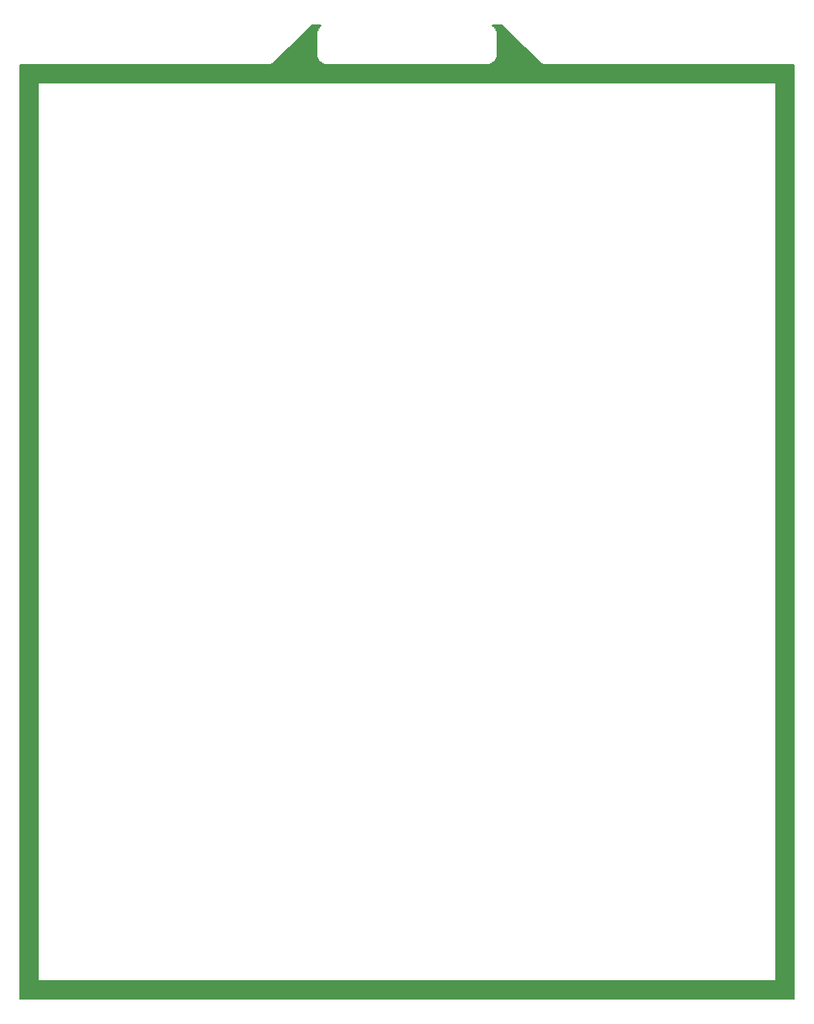
<source format=gbl>
G75*
%MOIN*%
%OFA0B0*%
%FSLAX25Y25*%
%IPPOS*%
%LPD*%
%AMOC8*
5,1,8,0,0,1.08239X$1,22.5*
%
%ADD10C,0.00600*%
D10*
X0007300Y0018624D02*
X0007300Y0387977D01*
X0106218Y0387977D01*
X0107798Y0388631D01*
X0122891Y0403725D01*
X0126477Y0403725D01*
X0125339Y0402586D01*
X0124684Y0401006D01*
X0124684Y0391421D01*
X0125339Y0389841D01*
X0126548Y0388631D01*
X0128129Y0387977D01*
X0192832Y0387977D01*
X0194412Y0388631D01*
X0195622Y0389841D01*
X0196276Y0391421D01*
X0196276Y0401006D01*
X0195622Y0402586D01*
X0194483Y0403725D01*
X0198069Y0403725D01*
X0213163Y0388631D01*
X0214743Y0387977D01*
X0216454Y0387977D01*
X0313661Y0387977D01*
X0313661Y0018624D01*
X0007300Y0018624D01*
X0007300Y0019112D02*
X0313661Y0019112D01*
X0313661Y0019710D02*
X0007300Y0019710D01*
X0007300Y0020309D02*
X0313661Y0020309D01*
X0313661Y0020907D02*
X0007300Y0020907D01*
X0007300Y0021506D02*
X0313661Y0021506D01*
X0313661Y0022104D02*
X0007300Y0022104D01*
X0007300Y0022703D02*
X0313661Y0022703D01*
X0313661Y0023301D02*
X0007300Y0023301D01*
X0007300Y0023900D02*
X0313661Y0023900D01*
X0313661Y0024498D02*
X0007300Y0024498D01*
X0007300Y0025097D02*
X0313661Y0025097D01*
X0313661Y0025695D02*
X0306559Y0025695D01*
X0306398Y0025535D02*
X0015060Y0025535D01*
X0014562Y0025535D01*
X0014211Y0025886D01*
X0014211Y0380714D01*
X0014562Y0381066D01*
X0306398Y0381066D01*
X0306750Y0380714D01*
X0306750Y0025886D01*
X0306398Y0025535D01*
X0306750Y0026294D02*
X0313661Y0026294D01*
X0313661Y0026893D02*
X0306750Y0026893D01*
X0306750Y0027491D02*
X0313661Y0027491D01*
X0313661Y0028090D02*
X0306750Y0028090D01*
X0306750Y0028688D02*
X0313661Y0028688D01*
X0313661Y0029287D02*
X0306750Y0029287D01*
X0306750Y0029885D02*
X0313661Y0029885D01*
X0313661Y0030484D02*
X0306750Y0030484D01*
X0306750Y0031082D02*
X0313661Y0031082D01*
X0313661Y0031681D02*
X0306750Y0031681D01*
X0306750Y0032279D02*
X0313661Y0032279D01*
X0313661Y0032878D02*
X0306750Y0032878D01*
X0306750Y0033476D02*
X0313661Y0033476D01*
X0313661Y0034075D02*
X0306750Y0034075D01*
X0306750Y0034673D02*
X0313661Y0034673D01*
X0313661Y0035272D02*
X0306750Y0035272D01*
X0306750Y0035870D02*
X0313661Y0035870D01*
X0313661Y0036469D02*
X0306750Y0036469D01*
X0306750Y0037067D02*
X0313661Y0037067D01*
X0313661Y0037666D02*
X0306750Y0037666D01*
X0306750Y0038264D02*
X0313661Y0038264D01*
X0313661Y0038863D02*
X0306750Y0038863D01*
X0306750Y0039461D02*
X0313661Y0039461D01*
X0313661Y0040060D02*
X0306750Y0040060D01*
X0306750Y0040658D02*
X0313661Y0040658D01*
X0313661Y0041257D02*
X0306750Y0041257D01*
X0306750Y0041855D02*
X0313661Y0041855D01*
X0313661Y0042454D02*
X0306750Y0042454D01*
X0306750Y0043052D02*
X0313661Y0043052D01*
X0313661Y0043651D02*
X0306750Y0043651D01*
X0306750Y0044249D02*
X0313661Y0044249D01*
X0313661Y0044848D02*
X0306750Y0044848D01*
X0306750Y0045446D02*
X0313661Y0045446D01*
X0313661Y0046045D02*
X0306750Y0046045D01*
X0306750Y0046643D02*
X0313661Y0046643D01*
X0313661Y0047242D02*
X0306750Y0047242D01*
X0306750Y0047840D02*
X0313661Y0047840D01*
X0313661Y0048439D02*
X0306750Y0048439D01*
X0306750Y0049037D02*
X0313661Y0049037D01*
X0313661Y0049636D02*
X0306750Y0049636D01*
X0306750Y0050234D02*
X0313661Y0050234D01*
X0313661Y0050833D02*
X0306750Y0050833D01*
X0306750Y0051431D02*
X0313661Y0051431D01*
X0313661Y0052030D02*
X0306750Y0052030D01*
X0306750Y0052629D02*
X0313661Y0052629D01*
X0313661Y0053227D02*
X0306750Y0053227D01*
X0306750Y0053826D02*
X0313661Y0053826D01*
X0313661Y0054424D02*
X0306750Y0054424D01*
X0306750Y0055023D02*
X0313661Y0055023D01*
X0313661Y0055621D02*
X0306750Y0055621D01*
X0306750Y0056220D02*
X0313661Y0056220D01*
X0313661Y0056818D02*
X0306750Y0056818D01*
X0306750Y0057417D02*
X0313661Y0057417D01*
X0313661Y0058015D02*
X0306750Y0058015D01*
X0306750Y0058614D02*
X0313661Y0058614D01*
X0313661Y0059212D02*
X0306750Y0059212D01*
X0306750Y0059811D02*
X0313661Y0059811D01*
X0313661Y0060409D02*
X0306750Y0060409D01*
X0306750Y0061008D02*
X0313661Y0061008D01*
X0313661Y0061606D02*
X0306750Y0061606D01*
X0306750Y0062205D02*
X0313661Y0062205D01*
X0313661Y0062803D02*
X0306750Y0062803D01*
X0306750Y0063402D02*
X0313661Y0063402D01*
X0313661Y0064000D02*
X0306750Y0064000D01*
X0306750Y0064599D02*
X0313661Y0064599D01*
X0313661Y0065197D02*
X0306750Y0065197D01*
X0306750Y0065796D02*
X0313661Y0065796D01*
X0313661Y0066394D02*
X0306750Y0066394D01*
X0306750Y0066993D02*
X0313661Y0066993D01*
X0313661Y0067591D02*
X0306750Y0067591D01*
X0306750Y0068190D02*
X0313661Y0068190D01*
X0313661Y0068788D02*
X0306750Y0068788D01*
X0306750Y0069387D02*
X0313661Y0069387D01*
X0313661Y0069985D02*
X0306750Y0069985D01*
X0306750Y0070584D02*
X0313661Y0070584D01*
X0313661Y0071182D02*
X0306750Y0071182D01*
X0306750Y0071781D02*
X0313661Y0071781D01*
X0313661Y0072379D02*
X0306750Y0072379D01*
X0306750Y0072978D02*
X0313661Y0072978D01*
X0313661Y0073576D02*
X0306750Y0073576D01*
X0306750Y0074175D02*
X0313661Y0074175D01*
X0313661Y0074773D02*
X0306750Y0074773D01*
X0306750Y0075372D02*
X0313661Y0075372D01*
X0313661Y0075970D02*
X0306750Y0075970D01*
X0306750Y0076569D02*
X0313661Y0076569D01*
X0313661Y0077167D02*
X0306750Y0077167D01*
X0306750Y0077766D02*
X0313661Y0077766D01*
X0313661Y0078364D02*
X0306750Y0078364D01*
X0306750Y0078963D02*
X0313661Y0078963D01*
X0313661Y0079562D02*
X0306750Y0079562D01*
X0306750Y0080160D02*
X0313661Y0080160D01*
X0313661Y0080759D02*
X0306750Y0080759D01*
X0306750Y0081357D02*
X0313661Y0081357D01*
X0313661Y0081956D02*
X0306750Y0081956D01*
X0306750Y0082554D02*
X0313661Y0082554D01*
X0313661Y0083153D02*
X0306750Y0083153D01*
X0306750Y0083751D02*
X0313661Y0083751D01*
X0313661Y0084350D02*
X0306750Y0084350D01*
X0306750Y0084948D02*
X0313661Y0084948D01*
X0313661Y0085547D02*
X0306750Y0085547D01*
X0306750Y0086145D02*
X0313661Y0086145D01*
X0313661Y0086744D02*
X0306750Y0086744D01*
X0306750Y0087342D02*
X0313661Y0087342D01*
X0313661Y0087941D02*
X0306750Y0087941D01*
X0306750Y0088539D02*
X0313661Y0088539D01*
X0313661Y0089138D02*
X0306750Y0089138D01*
X0306750Y0089736D02*
X0313661Y0089736D01*
X0313661Y0090335D02*
X0306750Y0090335D01*
X0306750Y0090933D02*
X0313661Y0090933D01*
X0313661Y0091532D02*
X0306750Y0091532D01*
X0306750Y0092130D02*
X0313661Y0092130D01*
X0313661Y0092729D02*
X0306750Y0092729D01*
X0306750Y0093327D02*
X0313661Y0093327D01*
X0313661Y0093926D02*
X0306750Y0093926D01*
X0306750Y0094524D02*
X0313661Y0094524D01*
X0313661Y0095123D02*
X0306750Y0095123D01*
X0306750Y0095721D02*
X0313661Y0095721D01*
X0313661Y0096320D02*
X0306750Y0096320D01*
X0306750Y0096918D02*
X0313661Y0096918D01*
X0313661Y0097517D02*
X0306750Y0097517D01*
X0306750Y0098115D02*
X0313661Y0098115D01*
X0313661Y0098714D02*
X0306750Y0098714D01*
X0306750Y0099312D02*
X0313661Y0099312D01*
X0313661Y0099911D02*
X0306750Y0099911D01*
X0306750Y0100509D02*
X0313661Y0100509D01*
X0313661Y0101108D02*
X0306750Y0101108D01*
X0306750Y0101706D02*
X0313661Y0101706D01*
X0313661Y0102305D02*
X0306750Y0102305D01*
X0306750Y0102903D02*
X0313661Y0102903D01*
X0313661Y0103502D02*
X0306750Y0103502D01*
X0306750Y0104100D02*
X0313661Y0104100D01*
X0313661Y0104699D02*
X0306750Y0104699D01*
X0306750Y0105298D02*
X0313661Y0105298D01*
X0313661Y0105896D02*
X0306750Y0105896D01*
X0306750Y0106495D02*
X0313661Y0106495D01*
X0313661Y0107093D02*
X0306750Y0107093D01*
X0306750Y0107692D02*
X0313661Y0107692D01*
X0313661Y0108290D02*
X0306750Y0108290D01*
X0306750Y0108889D02*
X0313661Y0108889D01*
X0313661Y0109487D02*
X0306750Y0109487D01*
X0306750Y0110086D02*
X0313661Y0110086D01*
X0313661Y0110684D02*
X0306750Y0110684D01*
X0306750Y0111283D02*
X0313661Y0111283D01*
X0313661Y0111881D02*
X0306750Y0111881D01*
X0306750Y0112480D02*
X0313661Y0112480D01*
X0313661Y0113078D02*
X0306750Y0113078D01*
X0306750Y0113677D02*
X0313661Y0113677D01*
X0313661Y0114275D02*
X0306750Y0114275D01*
X0306750Y0114874D02*
X0313661Y0114874D01*
X0313661Y0115472D02*
X0306750Y0115472D01*
X0306750Y0116071D02*
X0313661Y0116071D01*
X0313661Y0116669D02*
X0306750Y0116669D01*
X0306750Y0117268D02*
X0313661Y0117268D01*
X0313661Y0117866D02*
X0306750Y0117866D01*
X0306750Y0118465D02*
X0313661Y0118465D01*
X0313661Y0119063D02*
X0306750Y0119063D01*
X0306750Y0119662D02*
X0313661Y0119662D01*
X0313661Y0120260D02*
X0306750Y0120260D01*
X0306750Y0120859D02*
X0313661Y0120859D01*
X0313661Y0121457D02*
X0306750Y0121457D01*
X0306750Y0122056D02*
X0313661Y0122056D01*
X0313661Y0122654D02*
X0306750Y0122654D01*
X0306750Y0123253D02*
X0313661Y0123253D01*
X0313661Y0123851D02*
X0306750Y0123851D01*
X0306750Y0124450D02*
X0313661Y0124450D01*
X0313661Y0125048D02*
X0306750Y0125048D01*
X0306750Y0125647D02*
X0313661Y0125647D01*
X0313661Y0126245D02*
X0306750Y0126245D01*
X0306750Y0126844D02*
X0313661Y0126844D01*
X0313661Y0127442D02*
X0306750Y0127442D01*
X0306750Y0128041D02*
X0313661Y0128041D01*
X0313661Y0128639D02*
X0306750Y0128639D01*
X0306750Y0129238D02*
X0313661Y0129238D01*
X0313661Y0129836D02*
X0306750Y0129836D01*
X0306750Y0130435D02*
X0313661Y0130435D01*
X0313661Y0131033D02*
X0306750Y0131033D01*
X0306750Y0131632D02*
X0313661Y0131632D01*
X0313661Y0132231D02*
X0306750Y0132231D01*
X0306750Y0132829D02*
X0313661Y0132829D01*
X0313661Y0133428D02*
X0306750Y0133428D01*
X0306750Y0134026D02*
X0313661Y0134026D01*
X0313661Y0134625D02*
X0306750Y0134625D01*
X0306750Y0135223D02*
X0313661Y0135223D01*
X0313661Y0135822D02*
X0306750Y0135822D01*
X0306750Y0136420D02*
X0313661Y0136420D01*
X0313661Y0137019D02*
X0306750Y0137019D01*
X0306750Y0137617D02*
X0313661Y0137617D01*
X0313661Y0138216D02*
X0306750Y0138216D01*
X0306750Y0138814D02*
X0313661Y0138814D01*
X0313661Y0139413D02*
X0306750Y0139413D01*
X0306750Y0140011D02*
X0313661Y0140011D01*
X0313661Y0140610D02*
X0306750Y0140610D01*
X0306750Y0141208D02*
X0313661Y0141208D01*
X0313661Y0141807D02*
X0306750Y0141807D01*
X0306750Y0142405D02*
X0313661Y0142405D01*
X0313661Y0143004D02*
X0306750Y0143004D01*
X0306750Y0143602D02*
X0313661Y0143602D01*
X0313661Y0144201D02*
X0306750Y0144201D01*
X0306750Y0144799D02*
X0313661Y0144799D01*
X0313661Y0145398D02*
X0306750Y0145398D01*
X0306750Y0145996D02*
X0313661Y0145996D01*
X0313661Y0146595D02*
X0306750Y0146595D01*
X0306750Y0147193D02*
X0313661Y0147193D01*
X0313661Y0147792D02*
X0306750Y0147792D01*
X0306750Y0148390D02*
X0313661Y0148390D01*
X0313661Y0148989D02*
X0306750Y0148989D01*
X0306750Y0149587D02*
X0313661Y0149587D01*
X0313661Y0150186D02*
X0306750Y0150186D01*
X0306750Y0150784D02*
X0313661Y0150784D01*
X0313661Y0151383D02*
X0306750Y0151383D01*
X0306750Y0151981D02*
X0313661Y0151981D01*
X0313661Y0152580D02*
X0306750Y0152580D01*
X0306750Y0153178D02*
X0313661Y0153178D01*
X0313661Y0153777D02*
X0306750Y0153777D01*
X0306750Y0154375D02*
X0313661Y0154375D01*
X0313661Y0154974D02*
X0306750Y0154974D01*
X0306750Y0155572D02*
X0313661Y0155572D01*
X0313661Y0156171D02*
X0306750Y0156171D01*
X0306750Y0156769D02*
X0313661Y0156769D01*
X0313661Y0157368D02*
X0306750Y0157368D01*
X0306750Y0157966D02*
X0313661Y0157966D01*
X0313661Y0158565D02*
X0306750Y0158565D01*
X0306750Y0159164D02*
X0313661Y0159164D01*
X0313661Y0159762D02*
X0306750Y0159762D01*
X0306750Y0160361D02*
X0313661Y0160361D01*
X0313661Y0160959D02*
X0306750Y0160959D01*
X0306750Y0161558D02*
X0313661Y0161558D01*
X0313661Y0162156D02*
X0306750Y0162156D01*
X0306750Y0162755D02*
X0313661Y0162755D01*
X0313661Y0163353D02*
X0306750Y0163353D01*
X0306750Y0163952D02*
X0313661Y0163952D01*
X0313661Y0164550D02*
X0306750Y0164550D01*
X0306750Y0165149D02*
X0313661Y0165149D01*
X0313661Y0165747D02*
X0306750Y0165747D01*
X0306750Y0166346D02*
X0313661Y0166346D01*
X0313661Y0166944D02*
X0306750Y0166944D01*
X0306750Y0167543D02*
X0313661Y0167543D01*
X0313661Y0168141D02*
X0306750Y0168141D01*
X0306750Y0168740D02*
X0313661Y0168740D01*
X0313661Y0169338D02*
X0306750Y0169338D01*
X0306750Y0169937D02*
X0313661Y0169937D01*
X0313661Y0170535D02*
X0306750Y0170535D01*
X0306750Y0171134D02*
X0313661Y0171134D01*
X0313661Y0171732D02*
X0306750Y0171732D01*
X0306750Y0172331D02*
X0313661Y0172331D01*
X0313661Y0172929D02*
X0306750Y0172929D01*
X0306750Y0173528D02*
X0313661Y0173528D01*
X0313661Y0174126D02*
X0306750Y0174126D01*
X0306750Y0174725D02*
X0313661Y0174725D01*
X0313661Y0175323D02*
X0306750Y0175323D01*
X0306750Y0175922D02*
X0313661Y0175922D01*
X0313661Y0176520D02*
X0306750Y0176520D01*
X0306750Y0177119D02*
X0313661Y0177119D01*
X0313661Y0177717D02*
X0306750Y0177717D01*
X0306750Y0178316D02*
X0313661Y0178316D01*
X0313661Y0178914D02*
X0306750Y0178914D01*
X0306750Y0179513D02*
X0313661Y0179513D01*
X0313661Y0180111D02*
X0306750Y0180111D01*
X0306750Y0180710D02*
X0313661Y0180710D01*
X0313661Y0181308D02*
X0306750Y0181308D01*
X0306750Y0181907D02*
X0313661Y0181907D01*
X0313661Y0182505D02*
X0306750Y0182505D01*
X0306750Y0183104D02*
X0313661Y0183104D01*
X0313661Y0183702D02*
X0306750Y0183702D01*
X0306750Y0184301D02*
X0313661Y0184301D01*
X0313661Y0184900D02*
X0306750Y0184900D01*
X0306750Y0185498D02*
X0313661Y0185498D01*
X0313661Y0186097D02*
X0306750Y0186097D01*
X0306750Y0186695D02*
X0313661Y0186695D01*
X0313661Y0187294D02*
X0306750Y0187294D01*
X0306750Y0187892D02*
X0313661Y0187892D01*
X0313661Y0188491D02*
X0306750Y0188491D01*
X0306750Y0189089D02*
X0313661Y0189089D01*
X0313661Y0189688D02*
X0306750Y0189688D01*
X0306750Y0190286D02*
X0313661Y0190286D01*
X0313661Y0190885D02*
X0306750Y0190885D01*
X0306750Y0191483D02*
X0313661Y0191483D01*
X0313661Y0192082D02*
X0306750Y0192082D01*
X0306750Y0192680D02*
X0313661Y0192680D01*
X0313661Y0193279D02*
X0306750Y0193279D01*
X0306750Y0193877D02*
X0313661Y0193877D01*
X0313661Y0194476D02*
X0306750Y0194476D01*
X0306750Y0195074D02*
X0313661Y0195074D01*
X0313661Y0195673D02*
X0306750Y0195673D01*
X0306750Y0196271D02*
X0313661Y0196271D01*
X0313661Y0196870D02*
X0306750Y0196870D01*
X0306750Y0197468D02*
X0313661Y0197468D01*
X0313661Y0198067D02*
X0306750Y0198067D01*
X0306750Y0198665D02*
X0313661Y0198665D01*
X0313661Y0199264D02*
X0306750Y0199264D01*
X0306750Y0199862D02*
X0313661Y0199862D01*
X0313661Y0200461D02*
X0306750Y0200461D01*
X0306750Y0201059D02*
X0313661Y0201059D01*
X0313661Y0201658D02*
X0306750Y0201658D01*
X0306750Y0202256D02*
X0313661Y0202256D01*
X0313661Y0202855D02*
X0306750Y0202855D01*
X0306750Y0203453D02*
X0313661Y0203453D01*
X0313661Y0204052D02*
X0306750Y0204052D01*
X0306750Y0204650D02*
X0313661Y0204650D01*
X0313661Y0205249D02*
X0306750Y0205249D01*
X0306750Y0205847D02*
X0313661Y0205847D01*
X0313661Y0206446D02*
X0306750Y0206446D01*
X0306750Y0207044D02*
X0313661Y0207044D01*
X0313661Y0207643D02*
X0306750Y0207643D01*
X0306750Y0208241D02*
X0313661Y0208241D01*
X0313661Y0208840D02*
X0306750Y0208840D01*
X0306750Y0209438D02*
X0313661Y0209438D01*
X0313661Y0210037D02*
X0306750Y0210037D01*
X0306750Y0210635D02*
X0313661Y0210635D01*
X0313661Y0211234D02*
X0306750Y0211234D01*
X0306750Y0211833D02*
X0313661Y0211833D01*
X0313661Y0212431D02*
X0306750Y0212431D01*
X0306750Y0213030D02*
X0313661Y0213030D01*
X0313661Y0213628D02*
X0306750Y0213628D01*
X0306750Y0214227D02*
X0313661Y0214227D01*
X0313661Y0214825D02*
X0306750Y0214825D01*
X0306750Y0215424D02*
X0313661Y0215424D01*
X0313661Y0216022D02*
X0306750Y0216022D01*
X0306750Y0216621D02*
X0313661Y0216621D01*
X0313661Y0217219D02*
X0306750Y0217219D01*
X0306750Y0217818D02*
X0313661Y0217818D01*
X0313661Y0218416D02*
X0306750Y0218416D01*
X0306750Y0219015D02*
X0313661Y0219015D01*
X0313661Y0219613D02*
X0306750Y0219613D01*
X0306750Y0220212D02*
X0313661Y0220212D01*
X0313661Y0220810D02*
X0306750Y0220810D01*
X0306750Y0221409D02*
X0313661Y0221409D01*
X0313661Y0222007D02*
X0306750Y0222007D01*
X0306750Y0222606D02*
X0313661Y0222606D01*
X0313661Y0223204D02*
X0306750Y0223204D01*
X0306750Y0223803D02*
X0313661Y0223803D01*
X0313661Y0224401D02*
X0306750Y0224401D01*
X0306750Y0225000D02*
X0313661Y0225000D01*
X0313661Y0225598D02*
X0306750Y0225598D01*
X0306750Y0226197D02*
X0313661Y0226197D01*
X0313661Y0226795D02*
X0306750Y0226795D01*
X0306750Y0227394D02*
X0313661Y0227394D01*
X0313661Y0227992D02*
X0306750Y0227992D01*
X0306750Y0228591D02*
X0313661Y0228591D01*
X0313661Y0229189D02*
X0306750Y0229189D01*
X0306750Y0229788D02*
X0313661Y0229788D01*
X0313661Y0230386D02*
X0306750Y0230386D01*
X0306750Y0230985D02*
X0313661Y0230985D01*
X0313661Y0231583D02*
X0306750Y0231583D01*
X0306750Y0232182D02*
X0313661Y0232182D01*
X0313661Y0232780D02*
X0306750Y0232780D01*
X0306750Y0233379D02*
X0313661Y0233379D01*
X0313661Y0233977D02*
X0306750Y0233977D01*
X0306750Y0234576D02*
X0313661Y0234576D01*
X0313661Y0235174D02*
X0306750Y0235174D01*
X0306750Y0235773D02*
X0313661Y0235773D01*
X0313661Y0236371D02*
X0306750Y0236371D01*
X0306750Y0236970D02*
X0313661Y0236970D01*
X0313661Y0237569D02*
X0306750Y0237569D01*
X0306750Y0238167D02*
X0313661Y0238167D01*
X0313661Y0238766D02*
X0306750Y0238766D01*
X0306750Y0239364D02*
X0313661Y0239364D01*
X0313661Y0239963D02*
X0306750Y0239963D01*
X0306750Y0240561D02*
X0313661Y0240561D01*
X0313661Y0241160D02*
X0306750Y0241160D01*
X0306750Y0241758D02*
X0313661Y0241758D01*
X0313661Y0242357D02*
X0306750Y0242357D01*
X0306750Y0242955D02*
X0313661Y0242955D01*
X0313661Y0243554D02*
X0306750Y0243554D01*
X0306750Y0244152D02*
X0313661Y0244152D01*
X0313661Y0244751D02*
X0306750Y0244751D01*
X0306750Y0245349D02*
X0313661Y0245349D01*
X0313661Y0245948D02*
X0306750Y0245948D01*
X0306750Y0246546D02*
X0313661Y0246546D01*
X0313661Y0247145D02*
X0306750Y0247145D01*
X0306750Y0247743D02*
X0313661Y0247743D01*
X0313661Y0248342D02*
X0306750Y0248342D01*
X0306750Y0248940D02*
X0313661Y0248940D01*
X0313661Y0249539D02*
X0306750Y0249539D01*
X0306750Y0250137D02*
X0313661Y0250137D01*
X0313661Y0250736D02*
X0306750Y0250736D01*
X0306750Y0251334D02*
X0313661Y0251334D01*
X0313661Y0251933D02*
X0306750Y0251933D01*
X0306750Y0252531D02*
X0313661Y0252531D01*
X0313661Y0253130D02*
X0306750Y0253130D01*
X0306750Y0253728D02*
X0313661Y0253728D01*
X0313661Y0254327D02*
X0306750Y0254327D01*
X0306750Y0254925D02*
X0313661Y0254925D01*
X0313661Y0255524D02*
X0306750Y0255524D01*
X0306750Y0256122D02*
X0313661Y0256122D01*
X0313661Y0256721D02*
X0306750Y0256721D01*
X0306750Y0257319D02*
X0313661Y0257319D01*
X0313661Y0257918D02*
X0306750Y0257918D01*
X0306750Y0258516D02*
X0313661Y0258516D01*
X0313661Y0259115D02*
X0306750Y0259115D01*
X0306750Y0259713D02*
X0313661Y0259713D01*
X0313661Y0260312D02*
X0306750Y0260312D01*
X0306750Y0260910D02*
X0313661Y0260910D01*
X0313661Y0261509D02*
X0306750Y0261509D01*
X0306750Y0262107D02*
X0313661Y0262107D01*
X0313661Y0262706D02*
X0306750Y0262706D01*
X0306750Y0263304D02*
X0313661Y0263304D01*
X0313661Y0263903D02*
X0306750Y0263903D01*
X0306750Y0264502D02*
X0313661Y0264502D01*
X0313661Y0265100D02*
X0306750Y0265100D01*
X0306750Y0265699D02*
X0313661Y0265699D01*
X0313661Y0266297D02*
X0306750Y0266297D01*
X0306750Y0266896D02*
X0313661Y0266896D01*
X0313661Y0267494D02*
X0306750Y0267494D01*
X0306750Y0268093D02*
X0313661Y0268093D01*
X0313661Y0268691D02*
X0306750Y0268691D01*
X0306750Y0269290D02*
X0313661Y0269290D01*
X0313661Y0269888D02*
X0306750Y0269888D01*
X0306750Y0270487D02*
X0313661Y0270487D01*
X0313661Y0271085D02*
X0306750Y0271085D01*
X0306750Y0271684D02*
X0313661Y0271684D01*
X0313661Y0272282D02*
X0306750Y0272282D01*
X0306750Y0272881D02*
X0313661Y0272881D01*
X0313661Y0273479D02*
X0306750Y0273479D01*
X0306750Y0274078D02*
X0313661Y0274078D01*
X0313661Y0274676D02*
X0306750Y0274676D01*
X0306750Y0275275D02*
X0313661Y0275275D01*
X0313661Y0275873D02*
X0306750Y0275873D01*
X0306750Y0276472D02*
X0313661Y0276472D01*
X0313661Y0277070D02*
X0306750Y0277070D01*
X0306750Y0277669D02*
X0313661Y0277669D01*
X0313661Y0278267D02*
X0306750Y0278267D01*
X0306750Y0278866D02*
X0313661Y0278866D01*
X0313661Y0279464D02*
X0306750Y0279464D01*
X0306750Y0280063D02*
X0313661Y0280063D01*
X0313661Y0280661D02*
X0306750Y0280661D01*
X0306750Y0281260D02*
X0313661Y0281260D01*
X0313661Y0281858D02*
X0306750Y0281858D01*
X0306750Y0282457D02*
X0313661Y0282457D01*
X0313661Y0283055D02*
X0306750Y0283055D01*
X0306750Y0283654D02*
X0313661Y0283654D01*
X0313661Y0284252D02*
X0306750Y0284252D01*
X0306750Y0284851D02*
X0313661Y0284851D01*
X0313661Y0285449D02*
X0306750Y0285449D01*
X0306750Y0286048D02*
X0313661Y0286048D01*
X0313661Y0286646D02*
X0306750Y0286646D01*
X0306750Y0287245D02*
X0313661Y0287245D01*
X0313661Y0287843D02*
X0306750Y0287843D01*
X0306750Y0288442D02*
X0313661Y0288442D01*
X0313661Y0289040D02*
X0306750Y0289040D01*
X0306750Y0289639D02*
X0313661Y0289639D01*
X0313661Y0290238D02*
X0306750Y0290238D01*
X0306750Y0290836D02*
X0313661Y0290836D01*
X0313661Y0291435D02*
X0306750Y0291435D01*
X0306750Y0292033D02*
X0313661Y0292033D01*
X0313661Y0292632D02*
X0306750Y0292632D01*
X0306750Y0293230D02*
X0313661Y0293230D01*
X0313661Y0293829D02*
X0306750Y0293829D01*
X0306750Y0294427D02*
X0313661Y0294427D01*
X0313661Y0295026D02*
X0306750Y0295026D01*
X0306750Y0295624D02*
X0313661Y0295624D01*
X0313661Y0296223D02*
X0306750Y0296223D01*
X0306750Y0296821D02*
X0313661Y0296821D01*
X0313661Y0297420D02*
X0306750Y0297420D01*
X0306750Y0298018D02*
X0313661Y0298018D01*
X0313661Y0298617D02*
X0306750Y0298617D01*
X0306750Y0299215D02*
X0313661Y0299215D01*
X0313661Y0299814D02*
X0306750Y0299814D01*
X0306750Y0300412D02*
X0313661Y0300412D01*
X0313661Y0301011D02*
X0306750Y0301011D01*
X0306750Y0301609D02*
X0313661Y0301609D01*
X0313661Y0302208D02*
X0306750Y0302208D01*
X0306750Y0302806D02*
X0313661Y0302806D01*
X0313661Y0303405D02*
X0306750Y0303405D01*
X0306750Y0304003D02*
X0313661Y0304003D01*
X0313661Y0304602D02*
X0306750Y0304602D01*
X0306750Y0305200D02*
X0313661Y0305200D01*
X0313661Y0305799D02*
X0306750Y0305799D01*
X0306750Y0306397D02*
X0313661Y0306397D01*
X0313661Y0306996D02*
X0306750Y0306996D01*
X0306750Y0307594D02*
X0313661Y0307594D01*
X0313661Y0308193D02*
X0306750Y0308193D01*
X0306750Y0308791D02*
X0313661Y0308791D01*
X0313661Y0309390D02*
X0306750Y0309390D01*
X0306750Y0309988D02*
X0313661Y0309988D01*
X0313661Y0310587D02*
X0306750Y0310587D01*
X0306750Y0311185D02*
X0313661Y0311185D01*
X0313661Y0311784D02*
X0306750Y0311784D01*
X0306750Y0312382D02*
X0313661Y0312382D01*
X0313661Y0312981D02*
X0306750Y0312981D01*
X0306750Y0313579D02*
X0313661Y0313579D01*
X0313661Y0314178D02*
X0306750Y0314178D01*
X0306750Y0314776D02*
X0313661Y0314776D01*
X0313661Y0315375D02*
X0306750Y0315375D01*
X0306750Y0315973D02*
X0313661Y0315973D01*
X0313661Y0316572D02*
X0306750Y0316572D01*
X0306750Y0317171D02*
X0313661Y0317171D01*
X0313661Y0317769D02*
X0306750Y0317769D01*
X0306750Y0318368D02*
X0313661Y0318368D01*
X0313661Y0318966D02*
X0306750Y0318966D01*
X0306750Y0319565D02*
X0313661Y0319565D01*
X0313661Y0320163D02*
X0306750Y0320163D01*
X0306750Y0320762D02*
X0313661Y0320762D01*
X0313661Y0321360D02*
X0306750Y0321360D01*
X0306750Y0321959D02*
X0313661Y0321959D01*
X0313661Y0322557D02*
X0306750Y0322557D01*
X0306750Y0323156D02*
X0313661Y0323156D01*
X0313661Y0323754D02*
X0306750Y0323754D01*
X0306750Y0324353D02*
X0313661Y0324353D01*
X0313661Y0324951D02*
X0306750Y0324951D01*
X0306750Y0325550D02*
X0313661Y0325550D01*
X0313661Y0326148D02*
X0306750Y0326148D01*
X0306750Y0326747D02*
X0313661Y0326747D01*
X0313661Y0327345D02*
X0306750Y0327345D01*
X0306750Y0327944D02*
X0313661Y0327944D01*
X0313661Y0328542D02*
X0306750Y0328542D01*
X0306750Y0329141D02*
X0313661Y0329141D01*
X0313661Y0329739D02*
X0306750Y0329739D01*
X0306750Y0330338D02*
X0313661Y0330338D01*
X0313661Y0330936D02*
X0306750Y0330936D01*
X0306750Y0331535D02*
X0313661Y0331535D01*
X0313661Y0332133D02*
X0306750Y0332133D01*
X0306750Y0332732D02*
X0313661Y0332732D01*
X0313661Y0333330D02*
X0306750Y0333330D01*
X0306750Y0333929D02*
X0313661Y0333929D01*
X0313661Y0334527D02*
X0306750Y0334527D01*
X0306750Y0335126D02*
X0313661Y0335126D01*
X0313661Y0335724D02*
X0306750Y0335724D01*
X0306750Y0336323D02*
X0313661Y0336323D01*
X0313661Y0336921D02*
X0306750Y0336921D01*
X0306750Y0337520D02*
X0313661Y0337520D01*
X0313661Y0338118D02*
X0306750Y0338118D01*
X0306750Y0338717D02*
X0313661Y0338717D01*
X0313661Y0339315D02*
X0306750Y0339315D01*
X0306750Y0339914D02*
X0313661Y0339914D01*
X0313661Y0340512D02*
X0306750Y0340512D01*
X0306750Y0341111D02*
X0313661Y0341111D01*
X0313661Y0341709D02*
X0306750Y0341709D01*
X0306750Y0342308D02*
X0313661Y0342308D01*
X0313661Y0342906D02*
X0306750Y0342906D01*
X0306750Y0343505D02*
X0313661Y0343505D01*
X0313661Y0344104D02*
X0306750Y0344104D01*
X0306750Y0344702D02*
X0313661Y0344702D01*
X0313661Y0345301D02*
X0306750Y0345301D01*
X0306750Y0345899D02*
X0313661Y0345899D01*
X0313661Y0346498D02*
X0306750Y0346498D01*
X0306750Y0347096D02*
X0313661Y0347096D01*
X0313661Y0347695D02*
X0306750Y0347695D01*
X0306750Y0348293D02*
X0313661Y0348293D01*
X0313661Y0348892D02*
X0306750Y0348892D01*
X0306750Y0349490D02*
X0313661Y0349490D01*
X0313661Y0350089D02*
X0306750Y0350089D01*
X0306750Y0350687D02*
X0313661Y0350687D01*
X0313661Y0351286D02*
X0306750Y0351286D01*
X0306750Y0351884D02*
X0313661Y0351884D01*
X0313661Y0352483D02*
X0306750Y0352483D01*
X0306750Y0353081D02*
X0313661Y0353081D01*
X0313661Y0353680D02*
X0306750Y0353680D01*
X0306750Y0354278D02*
X0313661Y0354278D01*
X0313661Y0354877D02*
X0306750Y0354877D01*
X0306750Y0355475D02*
X0313661Y0355475D01*
X0313661Y0356074D02*
X0306750Y0356074D01*
X0306750Y0356672D02*
X0313661Y0356672D01*
X0313661Y0357271D02*
X0306750Y0357271D01*
X0306750Y0357869D02*
X0313661Y0357869D01*
X0313661Y0358468D02*
X0306750Y0358468D01*
X0306750Y0359066D02*
X0313661Y0359066D01*
X0313661Y0359665D02*
X0306750Y0359665D01*
X0306750Y0360263D02*
X0313661Y0360263D01*
X0313661Y0360862D02*
X0306750Y0360862D01*
X0306750Y0361460D02*
X0313661Y0361460D01*
X0313661Y0362059D02*
X0306750Y0362059D01*
X0306750Y0362657D02*
X0313661Y0362657D01*
X0313661Y0363256D02*
X0306750Y0363256D01*
X0306750Y0363854D02*
X0313661Y0363854D01*
X0313661Y0364453D02*
X0306750Y0364453D01*
X0306750Y0365051D02*
X0313661Y0365051D01*
X0313661Y0365650D02*
X0306750Y0365650D01*
X0306750Y0366248D02*
X0313661Y0366248D01*
X0313661Y0366847D02*
X0306750Y0366847D01*
X0306750Y0367445D02*
X0313661Y0367445D01*
X0313661Y0368044D02*
X0306750Y0368044D01*
X0306750Y0368642D02*
X0313661Y0368642D01*
X0313661Y0369241D02*
X0306750Y0369241D01*
X0306750Y0369840D02*
X0313661Y0369840D01*
X0313661Y0370438D02*
X0306750Y0370438D01*
X0306750Y0371037D02*
X0313661Y0371037D01*
X0313661Y0371635D02*
X0306750Y0371635D01*
X0306750Y0372234D02*
X0313661Y0372234D01*
X0313661Y0372832D02*
X0306750Y0372832D01*
X0306750Y0373431D02*
X0313661Y0373431D01*
X0313661Y0374029D02*
X0306750Y0374029D01*
X0306750Y0374628D02*
X0313661Y0374628D01*
X0313661Y0375226D02*
X0306750Y0375226D01*
X0306750Y0375825D02*
X0313661Y0375825D01*
X0313661Y0376423D02*
X0306750Y0376423D01*
X0306750Y0377022D02*
X0313661Y0377022D01*
X0313661Y0377620D02*
X0306750Y0377620D01*
X0306750Y0378219D02*
X0313661Y0378219D01*
X0313661Y0378817D02*
X0306750Y0378817D01*
X0306750Y0379416D02*
X0313661Y0379416D01*
X0313661Y0380014D02*
X0306750Y0380014D01*
X0306750Y0380613D02*
X0313661Y0380613D01*
X0313661Y0381211D02*
X0007300Y0381211D01*
X0007300Y0380613D02*
X0014211Y0380613D01*
X0014211Y0380014D02*
X0007300Y0380014D01*
X0007300Y0379416D02*
X0014211Y0379416D01*
X0014211Y0378817D02*
X0007300Y0378817D01*
X0007300Y0378219D02*
X0014211Y0378219D01*
X0014211Y0377620D02*
X0007300Y0377620D01*
X0007300Y0377022D02*
X0014211Y0377022D01*
X0014211Y0376423D02*
X0007300Y0376423D01*
X0007300Y0375825D02*
X0014211Y0375825D01*
X0014211Y0375226D02*
X0007300Y0375226D01*
X0007300Y0374628D02*
X0014211Y0374628D01*
X0014211Y0374029D02*
X0007300Y0374029D01*
X0007300Y0373431D02*
X0014211Y0373431D01*
X0014211Y0372832D02*
X0007300Y0372832D01*
X0007300Y0372234D02*
X0014211Y0372234D01*
X0014211Y0371635D02*
X0007300Y0371635D01*
X0007300Y0371037D02*
X0014211Y0371037D01*
X0014211Y0370438D02*
X0007300Y0370438D01*
X0007300Y0369840D02*
X0014211Y0369840D01*
X0014211Y0369241D02*
X0007300Y0369241D01*
X0007300Y0368642D02*
X0014211Y0368642D01*
X0014211Y0368044D02*
X0007300Y0368044D01*
X0007300Y0367445D02*
X0014211Y0367445D01*
X0014211Y0366847D02*
X0007300Y0366847D01*
X0007300Y0366248D02*
X0014211Y0366248D01*
X0014211Y0365650D02*
X0007300Y0365650D01*
X0007300Y0365051D02*
X0014211Y0365051D01*
X0014211Y0364453D02*
X0007300Y0364453D01*
X0007300Y0363854D02*
X0014211Y0363854D01*
X0014211Y0363256D02*
X0007300Y0363256D01*
X0007300Y0362657D02*
X0014211Y0362657D01*
X0014211Y0362059D02*
X0007300Y0362059D01*
X0007300Y0361460D02*
X0014211Y0361460D01*
X0014211Y0360862D02*
X0007300Y0360862D01*
X0007300Y0360263D02*
X0014211Y0360263D01*
X0014211Y0359665D02*
X0007300Y0359665D01*
X0007300Y0359066D02*
X0014211Y0359066D01*
X0014211Y0358468D02*
X0007300Y0358468D01*
X0007300Y0357869D02*
X0014211Y0357869D01*
X0014211Y0357271D02*
X0007300Y0357271D01*
X0007300Y0356672D02*
X0014211Y0356672D01*
X0014211Y0356074D02*
X0007300Y0356074D01*
X0007300Y0355475D02*
X0014211Y0355475D01*
X0014211Y0354877D02*
X0007300Y0354877D01*
X0007300Y0354278D02*
X0014211Y0354278D01*
X0014211Y0353680D02*
X0007300Y0353680D01*
X0007300Y0353081D02*
X0014211Y0353081D01*
X0014211Y0352483D02*
X0007300Y0352483D01*
X0007300Y0351884D02*
X0014211Y0351884D01*
X0014211Y0351286D02*
X0007300Y0351286D01*
X0007300Y0350687D02*
X0014211Y0350687D01*
X0014211Y0350089D02*
X0007300Y0350089D01*
X0007300Y0349490D02*
X0014211Y0349490D01*
X0014211Y0348892D02*
X0007300Y0348892D01*
X0007300Y0348293D02*
X0014211Y0348293D01*
X0014211Y0347695D02*
X0007300Y0347695D01*
X0007300Y0347096D02*
X0014211Y0347096D01*
X0014211Y0346498D02*
X0007300Y0346498D01*
X0007300Y0345899D02*
X0014211Y0345899D01*
X0014211Y0345301D02*
X0007300Y0345301D01*
X0007300Y0344702D02*
X0014211Y0344702D01*
X0014211Y0344104D02*
X0007300Y0344104D01*
X0007300Y0343505D02*
X0014211Y0343505D01*
X0014211Y0342906D02*
X0007300Y0342906D01*
X0007300Y0342308D02*
X0014211Y0342308D01*
X0014211Y0341709D02*
X0007300Y0341709D01*
X0007300Y0341111D02*
X0014211Y0341111D01*
X0014211Y0340512D02*
X0007300Y0340512D01*
X0007300Y0339914D02*
X0014211Y0339914D01*
X0014211Y0339315D02*
X0007300Y0339315D01*
X0007300Y0338717D02*
X0014211Y0338717D01*
X0014211Y0338118D02*
X0007300Y0338118D01*
X0007300Y0337520D02*
X0014211Y0337520D01*
X0014211Y0336921D02*
X0007300Y0336921D01*
X0007300Y0336323D02*
X0014211Y0336323D01*
X0014211Y0335724D02*
X0007300Y0335724D01*
X0007300Y0335126D02*
X0014211Y0335126D01*
X0014211Y0334527D02*
X0007300Y0334527D01*
X0007300Y0333929D02*
X0014211Y0333929D01*
X0014211Y0333330D02*
X0007300Y0333330D01*
X0007300Y0332732D02*
X0014211Y0332732D01*
X0014211Y0332133D02*
X0007300Y0332133D01*
X0007300Y0331535D02*
X0014211Y0331535D01*
X0014211Y0330936D02*
X0007300Y0330936D01*
X0007300Y0330338D02*
X0014211Y0330338D01*
X0014211Y0329739D02*
X0007300Y0329739D01*
X0007300Y0329141D02*
X0014211Y0329141D01*
X0014211Y0328542D02*
X0007300Y0328542D01*
X0007300Y0327944D02*
X0014211Y0327944D01*
X0014211Y0327345D02*
X0007300Y0327345D01*
X0007300Y0326747D02*
X0014211Y0326747D01*
X0014211Y0326148D02*
X0007300Y0326148D01*
X0007300Y0325550D02*
X0014211Y0325550D01*
X0014211Y0324951D02*
X0007300Y0324951D01*
X0007300Y0324353D02*
X0014211Y0324353D01*
X0014211Y0323754D02*
X0007300Y0323754D01*
X0007300Y0323156D02*
X0014211Y0323156D01*
X0014211Y0322557D02*
X0007300Y0322557D01*
X0007300Y0321959D02*
X0014211Y0321959D01*
X0014211Y0321360D02*
X0007300Y0321360D01*
X0007300Y0320762D02*
X0014211Y0320762D01*
X0014211Y0320163D02*
X0007300Y0320163D01*
X0007300Y0319565D02*
X0014211Y0319565D01*
X0014211Y0318966D02*
X0007300Y0318966D01*
X0007300Y0318368D02*
X0014211Y0318368D01*
X0014211Y0317769D02*
X0007300Y0317769D01*
X0007300Y0317171D02*
X0014211Y0317171D01*
X0014211Y0316572D02*
X0007300Y0316572D01*
X0007300Y0315973D02*
X0014211Y0315973D01*
X0014211Y0315375D02*
X0007300Y0315375D01*
X0007300Y0314776D02*
X0014211Y0314776D01*
X0014211Y0314178D02*
X0007300Y0314178D01*
X0007300Y0313579D02*
X0014211Y0313579D01*
X0014211Y0312981D02*
X0007300Y0312981D01*
X0007300Y0312382D02*
X0014211Y0312382D01*
X0014211Y0311784D02*
X0007300Y0311784D01*
X0007300Y0311185D02*
X0014211Y0311185D01*
X0014211Y0310587D02*
X0007300Y0310587D01*
X0007300Y0309988D02*
X0014211Y0309988D01*
X0014211Y0309390D02*
X0007300Y0309390D01*
X0007300Y0308791D02*
X0014211Y0308791D01*
X0014211Y0308193D02*
X0007300Y0308193D01*
X0007300Y0307594D02*
X0014211Y0307594D01*
X0014211Y0306996D02*
X0007300Y0306996D01*
X0007300Y0306397D02*
X0014211Y0306397D01*
X0014211Y0305799D02*
X0007300Y0305799D01*
X0007300Y0305200D02*
X0014211Y0305200D01*
X0014211Y0304602D02*
X0007300Y0304602D01*
X0007300Y0304003D02*
X0014211Y0304003D01*
X0014211Y0303405D02*
X0007300Y0303405D01*
X0007300Y0302806D02*
X0014211Y0302806D01*
X0014211Y0302208D02*
X0007300Y0302208D01*
X0007300Y0301609D02*
X0014211Y0301609D01*
X0014211Y0301011D02*
X0007300Y0301011D01*
X0007300Y0300412D02*
X0014211Y0300412D01*
X0014211Y0299814D02*
X0007300Y0299814D01*
X0007300Y0299215D02*
X0014211Y0299215D01*
X0014211Y0298617D02*
X0007300Y0298617D01*
X0007300Y0298018D02*
X0014211Y0298018D01*
X0014211Y0297420D02*
X0007300Y0297420D01*
X0007300Y0296821D02*
X0014211Y0296821D01*
X0014211Y0296223D02*
X0007300Y0296223D01*
X0007300Y0295624D02*
X0014211Y0295624D01*
X0014211Y0295026D02*
X0007300Y0295026D01*
X0007300Y0294427D02*
X0014211Y0294427D01*
X0014211Y0293829D02*
X0007300Y0293829D01*
X0007300Y0293230D02*
X0014211Y0293230D01*
X0014211Y0292632D02*
X0007300Y0292632D01*
X0007300Y0292033D02*
X0014211Y0292033D01*
X0014211Y0291435D02*
X0007300Y0291435D01*
X0007300Y0290836D02*
X0014211Y0290836D01*
X0014211Y0290238D02*
X0007300Y0290238D01*
X0007300Y0289639D02*
X0014211Y0289639D01*
X0014211Y0289040D02*
X0007300Y0289040D01*
X0007300Y0288442D02*
X0014211Y0288442D01*
X0014211Y0287843D02*
X0007300Y0287843D01*
X0007300Y0287245D02*
X0014211Y0287245D01*
X0014211Y0286646D02*
X0007300Y0286646D01*
X0007300Y0286048D02*
X0014211Y0286048D01*
X0014211Y0285449D02*
X0007300Y0285449D01*
X0007300Y0284851D02*
X0014211Y0284851D01*
X0014211Y0284252D02*
X0007300Y0284252D01*
X0007300Y0283654D02*
X0014211Y0283654D01*
X0014211Y0283055D02*
X0007300Y0283055D01*
X0007300Y0282457D02*
X0014211Y0282457D01*
X0014211Y0281858D02*
X0007300Y0281858D01*
X0007300Y0281260D02*
X0014211Y0281260D01*
X0014211Y0280661D02*
X0007300Y0280661D01*
X0007300Y0280063D02*
X0014211Y0280063D01*
X0014211Y0279464D02*
X0007300Y0279464D01*
X0007300Y0278866D02*
X0014211Y0278866D01*
X0014211Y0278267D02*
X0007300Y0278267D01*
X0007300Y0277669D02*
X0014211Y0277669D01*
X0014211Y0277070D02*
X0007300Y0277070D01*
X0007300Y0276472D02*
X0014211Y0276472D01*
X0014211Y0275873D02*
X0007300Y0275873D01*
X0007300Y0275275D02*
X0014211Y0275275D01*
X0014211Y0274676D02*
X0007300Y0274676D01*
X0007300Y0274078D02*
X0014211Y0274078D01*
X0014211Y0273479D02*
X0007300Y0273479D01*
X0007300Y0272881D02*
X0014211Y0272881D01*
X0014211Y0272282D02*
X0007300Y0272282D01*
X0007300Y0271684D02*
X0014211Y0271684D01*
X0014211Y0271085D02*
X0007300Y0271085D01*
X0007300Y0270487D02*
X0014211Y0270487D01*
X0014211Y0269888D02*
X0007300Y0269888D01*
X0007300Y0269290D02*
X0014211Y0269290D01*
X0014211Y0268691D02*
X0007300Y0268691D01*
X0007300Y0268093D02*
X0014211Y0268093D01*
X0014211Y0267494D02*
X0007300Y0267494D01*
X0007300Y0266896D02*
X0014211Y0266896D01*
X0014211Y0266297D02*
X0007300Y0266297D01*
X0007300Y0265699D02*
X0014211Y0265699D01*
X0014211Y0265100D02*
X0007300Y0265100D01*
X0007300Y0264502D02*
X0014211Y0264502D01*
X0014211Y0263903D02*
X0007300Y0263903D01*
X0007300Y0263304D02*
X0014211Y0263304D01*
X0014211Y0262706D02*
X0007300Y0262706D01*
X0007300Y0262107D02*
X0014211Y0262107D01*
X0014211Y0261509D02*
X0007300Y0261509D01*
X0007300Y0260910D02*
X0014211Y0260910D01*
X0014211Y0260312D02*
X0007300Y0260312D01*
X0007300Y0259713D02*
X0014211Y0259713D01*
X0014211Y0259115D02*
X0007300Y0259115D01*
X0007300Y0258516D02*
X0014211Y0258516D01*
X0014211Y0257918D02*
X0007300Y0257918D01*
X0007300Y0257319D02*
X0014211Y0257319D01*
X0014211Y0256721D02*
X0007300Y0256721D01*
X0007300Y0256122D02*
X0014211Y0256122D01*
X0014211Y0255524D02*
X0007300Y0255524D01*
X0007300Y0254925D02*
X0014211Y0254925D01*
X0014211Y0254327D02*
X0007300Y0254327D01*
X0007300Y0253728D02*
X0014211Y0253728D01*
X0014211Y0253130D02*
X0007300Y0253130D01*
X0007300Y0252531D02*
X0014211Y0252531D01*
X0014211Y0251933D02*
X0007300Y0251933D01*
X0007300Y0251334D02*
X0014211Y0251334D01*
X0014211Y0250736D02*
X0007300Y0250736D01*
X0007300Y0250137D02*
X0014211Y0250137D01*
X0014211Y0249539D02*
X0007300Y0249539D01*
X0007300Y0248940D02*
X0014211Y0248940D01*
X0014211Y0248342D02*
X0007300Y0248342D01*
X0007300Y0247743D02*
X0014211Y0247743D01*
X0014211Y0247145D02*
X0007300Y0247145D01*
X0007300Y0246546D02*
X0014211Y0246546D01*
X0014211Y0245948D02*
X0007300Y0245948D01*
X0007300Y0245349D02*
X0014211Y0245349D01*
X0014211Y0244751D02*
X0007300Y0244751D01*
X0007300Y0244152D02*
X0014211Y0244152D01*
X0014211Y0243554D02*
X0007300Y0243554D01*
X0007300Y0242955D02*
X0014211Y0242955D01*
X0014211Y0242357D02*
X0007300Y0242357D01*
X0007300Y0241758D02*
X0014211Y0241758D01*
X0014211Y0241160D02*
X0007300Y0241160D01*
X0007300Y0240561D02*
X0014211Y0240561D01*
X0014211Y0239963D02*
X0007300Y0239963D01*
X0007300Y0239364D02*
X0014211Y0239364D01*
X0014211Y0238766D02*
X0007300Y0238766D01*
X0007300Y0238167D02*
X0014211Y0238167D01*
X0014211Y0237569D02*
X0007300Y0237569D01*
X0007300Y0236970D02*
X0014211Y0236970D01*
X0014211Y0236371D02*
X0007300Y0236371D01*
X0007300Y0235773D02*
X0014211Y0235773D01*
X0014211Y0235174D02*
X0007300Y0235174D01*
X0007300Y0234576D02*
X0014211Y0234576D01*
X0014211Y0233977D02*
X0007300Y0233977D01*
X0007300Y0233379D02*
X0014211Y0233379D01*
X0014211Y0232780D02*
X0007300Y0232780D01*
X0007300Y0232182D02*
X0014211Y0232182D01*
X0014211Y0231583D02*
X0007300Y0231583D01*
X0007300Y0230985D02*
X0014211Y0230985D01*
X0014211Y0230386D02*
X0007300Y0230386D01*
X0007300Y0229788D02*
X0014211Y0229788D01*
X0014211Y0229189D02*
X0007300Y0229189D01*
X0007300Y0228591D02*
X0014211Y0228591D01*
X0014211Y0227992D02*
X0007300Y0227992D01*
X0007300Y0227394D02*
X0014211Y0227394D01*
X0014211Y0226795D02*
X0007300Y0226795D01*
X0007300Y0226197D02*
X0014211Y0226197D01*
X0014211Y0225598D02*
X0007300Y0225598D01*
X0007300Y0225000D02*
X0014211Y0225000D01*
X0014211Y0224401D02*
X0007300Y0224401D01*
X0007300Y0223803D02*
X0014211Y0223803D01*
X0014211Y0223204D02*
X0007300Y0223204D01*
X0007300Y0222606D02*
X0014211Y0222606D01*
X0014211Y0222007D02*
X0007300Y0222007D01*
X0007300Y0221409D02*
X0014211Y0221409D01*
X0014211Y0220810D02*
X0007300Y0220810D01*
X0007300Y0220212D02*
X0014211Y0220212D01*
X0014211Y0219613D02*
X0007300Y0219613D01*
X0007300Y0219015D02*
X0014211Y0219015D01*
X0014211Y0218416D02*
X0007300Y0218416D01*
X0007300Y0217818D02*
X0014211Y0217818D01*
X0014211Y0217219D02*
X0007300Y0217219D01*
X0007300Y0216621D02*
X0014211Y0216621D01*
X0014211Y0216022D02*
X0007300Y0216022D01*
X0007300Y0215424D02*
X0014211Y0215424D01*
X0014211Y0214825D02*
X0007300Y0214825D01*
X0007300Y0214227D02*
X0014211Y0214227D01*
X0014211Y0213628D02*
X0007300Y0213628D01*
X0007300Y0213030D02*
X0014211Y0213030D01*
X0014211Y0212431D02*
X0007300Y0212431D01*
X0007300Y0211833D02*
X0014211Y0211833D01*
X0014211Y0211234D02*
X0007300Y0211234D01*
X0007300Y0210635D02*
X0014211Y0210635D01*
X0014211Y0210037D02*
X0007300Y0210037D01*
X0007300Y0209438D02*
X0014211Y0209438D01*
X0014211Y0208840D02*
X0007300Y0208840D01*
X0007300Y0208241D02*
X0014211Y0208241D01*
X0014211Y0207643D02*
X0007300Y0207643D01*
X0007300Y0207044D02*
X0014211Y0207044D01*
X0014211Y0206446D02*
X0007300Y0206446D01*
X0007300Y0205847D02*
X0014211Y0205847D01*
X0014211Y0205249D02*
X0007300Y0205249D01*
X0007300Y0204650D02*
X0014211Y0204650D01*
X0014211Y0204052D02*
X0007300Y0204052D01*
X0007300Y0203453D02*
X0014211Y0203453D01*
X0014211Y0202855D02*
X0007300Y0202855D01*
X0007300Y0202256D02*
X0014211Y0202256D01*
X0014211Y0201658D02*
X0007300Y0201658D01*
X0007300Y0201059D02*
X0014211Y0201059D01*
X0014211Y0200461D02*
X0007300Y0200461D01*
X0007300Y0199862D02*
X0014211Y0199862D01*
X0014211Y0199264D02*
X0007300Y0199264D01*
X0007300Y0198665D02*
X0014211Y0198665D01*
X0014211Y0198067D02*
X0007300Y0198067D01*
X0007300Y0197468D02*
X0014211Y0197468D01*
X0014211Y0196870D02*
X0007300Y0196870D01*
X0007300Y0196271D02*
X0014211Y0196271D01*
X0014211Y0195673D02*
X0007300Y0195673D01*
X0007300Y0195074D02*
X0014211Y0195074D01*
X0014211Y0194476D02*
X0007300Y0194476D01*
X0007300Y0193877D02*
X0014211Y0193877D01*
X0014211Y0193279D02*
X0007300Y0193279D01*
X0007300Y0192680D02*
X0014211Y0192680D01*
X0014211Y0192082D02*
X0007300Y0192082D01*
X0007300Y0191483D02*
X0014211Y0191483D01*
X0014211Y0190885D02*
X0007300Y0190885D01*
X0007300Y0190286D02*
X0014211Y0190286D01*
X0014211Y0189688D02*
X0007300Y0189688D01*
X0007300Y0189089D02*
X0014211Y0189089D01*
X0014211Y0188491D02*
X0007300Y0188491D01*
X0007300Y0187892D02*
X0014211Y0187892D01*
X0014211Y0187294D02*
X0007300Y0187294D01*
X0007300Y0186695D02*
X0014211Y0186695D01*
X0014211Y0186097D02*
X0007300Y0186097D01*
X0007300Y0185498D02*
X0014211Y0185498D01*
X0014211Y0184900D02*
X0007300Y0184900D01*
X0007300Y0184301D02*
X0014211Y0184301D01*
X0014211Y0183702D02*
X0007300Y0183702D01*
X0007300Y0183104D02*
X0014211Y0183104D01*
X0014211Y0182505D02*
X0007300Y0182505D01*
X0007300Y0181907D02*
X0014211Y0181907D01*
X0014211Y0181308D02*
X0007300Y0181308D01*
X0007300Y0180710D02*
X0014211Y0180710D01*
X0014211Y0180111D02*
X0007300Y0180111D01*
X0007300Y0179513D02*
X0014211Y0179513D01*
X0014211Y0178914D02*
X0007300Y0178914D01*
X0007300Y0178316D02*
X0014211Y0178316D01*
X0014211Y0177717D02*
X0007300Y0177717D01*
X0007300Y0177119D02*
X0014211Y0177119D01*
X0014211Y0176520D02*
X0007300Y0176520D01*
X0007300Y0175922D02*
X0014211Y0175922D01*
X0014211Y0175323D02*
X0007300Y0175323D01*
X0007300Y0174725D02*
X0014211Y0174725D01*
X0014211Y0174126D02*
X0007300Y0174126D01*
X0007300Y0173528D02*
X0014211Y0173528D01*
X0014211Y0172929D02*
X0007300Y0172929D01*
X0007300Y0172331D02*
X0014211Y0172331D01*
X0014211Y0171732D02*
X0007300Y0171732D01*
X0007300Y0171134D02*
X0014211Y0171134D01*
X0014211Y0170535D02*
X0007300Y0170535D01*
X0007300Y0169937D02*
X0014211Y0169937D01*
X0014211Y0169338D02*
X0007300Y0169338D01*
X0007300Y0168740D02*
X0014211Y0168740D01*
X0014211Y0168141D02*
X0007300Y0168141D01*
X0007300Y0167543D02*
X0014211Y0167543D01*
X0014211Y0166944D02*
X0007300Y0166944D01*
X0007300Y0166346D02*
X0014211Y0166346D01*
X0014211Y0165747D02*
X0007300Y0165747D01*
X0007300Y0165149D02*
X0014211Y0165149D01*
X0014211Y0164550D02*
X0007300Y0164550D01*
X0007300Y0163952D02*
X0014211Y0163952D01*
X0014211Y0163353D02*
X0007300Y0163353D01*
X0007300Y0162755D02*
X0014211Y0162755D01*
X0014211Y0162156D02*
X0007300Y0162156D01*
X0007300Y0161558D02*
X0014211Y0161558D01*
X0014211Y0160959D02*
X0007300Y0160959D01*
X0007300Y0160361D02*
X0014211Y0160361D01*
X0014211Y0159762D02*
X0007300Y0159762D01*
X0007300Y0159164D02*
X0014211Y0159164D01*
X0014211Y0158565D02*
X0007300Y0158565D01*
X0007300Y0157966D02*
X0014211Y0157966D01*
X0014211Y0157368D02*
X0007300Y0157368D01*
X0007300Y0156769D02*
X0014211Y0156769D01*
X0014211Y0156171D02*
X0007300Y0156171D01*
X0007300Y0155572D02*
X0014211Y0155572D01*
X0014211Y0154974D02*
X0007300Y0154974D01*
X0007300Y0154375D02*
X0014211Y0154375D01*
X0014211Y0153777D02*
X0007300Y0153777D01*
X0007300Y0153178D02*
X0014211Y0153178D01*
X0014211Y0152580D02*
X0007300Y0152580D01*
X0007300Y0151981D02*
X0014211Y0151981D01*
X0014211Y0151383D02*
X0007300Y0151383D01*
X0007300Y0150784D02*
X0014211Y0150784D01*
X0014211Y0150186D02*
X0007300Y0150186D01*
X0007300Y0149587D02*
X0014211Y0149587D01*
X0014211Y0148989D02*
X0007300Y0148989D01*
X0007300Y0148390D02*
X0014211Y0148390D01*
X0014211Y0147792D02*
X0007300Y0147792D01*
X0007300Y0147193D02*
X0014211Y0147193D01*
X0014211Y0146595D02*
X0007300Y0146595D01*
X0007300Y0145996D02*
X0014211Y0145996D01*
X0014211Y0145398D02*
X0007300Y0145398D01*
X0007300Y0144799D02*
X0014211Y0144799D01*
X0014211Y0144201D02*
X0007300Y0144201D01*
X0007300Y0143602D02*
X0014211Y0143602D01*
X0014211Y0143004D02*
X0007300Y0143004D01*
X0007300Y0142405D02*
X0014211Y0142405D01*
X0014211Y0141807D02*
X0007300Y0141807D01*
X0007300Y0141208D02*
X0014211Y0141208D01*
X0014211Y0140610D02*
X0007300Y0140610D01*
X0007300Y0140011D02*
X0014211Y0140011D01*
X0014211Y0139413D02*
X0007300Y0139413D01*
X0007300Y0138814D02*
X0014211Y0138814D01*
X0014211Y0138216D02*
X0007300Y0138216D01*
X0007300Y0137617D02*
X0014211Y0137617D01*
X0014211Y0137019D02*
X0007300Y0137019D01*
X0007300Y0136420D02*
X0014211Y0136420D01*
X0014211Y0135822D02*
X0007300Y0135822D01*
X0007300Y0135223D02*
X0014211Y0135223D01*
X0014211Y0134625D02*
X0007300Y0134625D01*
X0007300Y0134026D02*
X0014211Y0134026D01*
X0014211Y0133428D02*
X0007300Y0133428D01*
X0007300Y0132829D02*
X0014211Y0132829D01*
X0014211Y0132231D02*
X0007300Y0132231D01*
X0007300Y0131632D02*
X0014211Y0131632D01*
X0014211Y0131033D02*
X0007300Y0131033D01*
X0007300Y0130435D02*
X0014211Y0130435D01*
X0014211Y0129836D02*
X0007300Y0129836D01*
X0007300Y0129238D02*
X0014211Y0129238D01*
X0014211Y0128639D02*
X0007300Y0128639D01*
X0007300Y0128041D02*
X0014211Y0128041D01*
X0014211Y0127442D02*
X0007300Y0127442D01*
X0007300Y0126844D02*
X0014211Y0126844D01*
X0014211Y0126245D02*
X0007300Y0126245D01*
X0007300Y0125647D02*
X0014211Y0125647D01*
X0014211Y0125048D02*
X0007300Y0125048D01*
X0007300Y0124450D02*
X0014211Y0124450D01*
X0014211Y0123851D02*
X0007300Y0123851D01*
X0007300Y0123253D02*
X0014211Y0123253D01*
X0014211Y0122654D02*
X0007300Y0122654D01*
X0007300Y0122056D02*
X0014211Y0122056D01*
X0014211Y0121457D02*
X0007300Y0121457D01*
X0007300Y0120859D02*
X0014211Y0120859D01*
X0014211Y0120260D02*
X0007300Y0120260D01*
X0007300Y0119662D02*
X0014211Y0119662D01*
X0014211Y0119063D02*
X0007300Y0119063D01*
X0007300Y0118465D02*
X0014211Y0118465D01*
X0014211Y0117866D02*
X0007300Y0117866D01*
X0007300Y0117268D02*
X0014211Y0117268D01*
X0014211Y0116669D02*
X0007300Y0116669D01*
X0007300Y0116071D02*
X0014211Y0116071D01*
X0014211Y0115472D02*
X0007300Y0115472D01*
X0007300Y0114874D02*
X0014211Y0114874D01*
X0014211Y0114275D02*
X0007300Y0114275D01*
X0007300Y0113677D02*
X0014211Y0113677D01*
X0014211Y0113078D02*
X0007300Y0113078D01*
X0007300Y0112480D02*
X0014211Y0112480D01*
X0014211Y0111881D02*
X0007300Y0111881D01*
X0007300Y0111283D02*
X0014211Y0111283D01*
X0014211Y0110684D02*
X0007300Y0110684D01*
X0007300Y0110086D02*
X0014211Y0110086D01*
X0014211Y0109487D02*
X0007300Y0109487D01*
X0007300Y0108889D02*
X0014211Y0108889D01*
X0014211Y0108290D02*
X0007300Y0108290D01*
X0007300Y0107692D02*
X0014211Y0107692D01*
X0014211Y0107093D02*
X0007300Y0107093D01*
X0007300Y0106495D02*
X0014211Y0106495D01*
X0014211Y0105896D02*
X0007300Y0105896D01*
X0007300Y0105298D02*
X0014211Y0105298D01*
X0014211Y0104699D02*
X0007300Y0104699D01*
X0007300Y0104100D02*
X0014211Y0104100D01*
X0014211Y0103502D02*
X0007300Y0103502D01*
X0007300Y0102903D02*
X0014211Y0102903D01*
X0014211Y0102305D02*
X0007300Y0102305D01*
X0007300Y0101706D02*
X0014211Y0101706D01*
X0014211Y0101108D02*
X0007300Y0101108D01*
X0007300Y0100509D02*
X0014211Y0100509D01*
X0014211Y0099911D02*
X0007300Y0099911D01*
X0007300Y0099312D02*
X0014211Y0099312D01*
X0014211Y0098714D02*
X0007300Y0098714D01*
X0007300Y0098115D02*
X0014211Y0098115D01*
X0014211Y0097517D02*
X0007300Y0097517D01*
X0007300Y0096918D02*
X0014211Y0096918D01*
X0014211Y0096320D02*
X0007300Y0096320D01*
X0007300Y0095721D02*
X0014211Y0095721D01*
X0014211Y0095123D02*
X0007300Y0095123D01*
X0007300Y0094524D02*
X0014211Y0094524D01*
X0014211Y0093926D02*
X0007300Y0093926D01*
X0007300Y0093327D02*
X0014211Y0093327D01*
X0014211Y0092729D02*
X0007300Y0092729D01*
X0007300Y0092130D02*
X0014211Y0092130D01*
X0014211Y0091532D02*
X0007300Y0091532D01*
X0007300Y0090933D02*
X0014211Y0090933D01*
X0014211Y0090335D02*
X0007300Y0090335D01*
X0007300Y0089736D02*
X0014211Y0089736D01*
X0014211Y0089138D02*
X0007300Y0089138D01*
X0007300Y0088539D02*
X0014211Y0088539D01*
X0014211Y0087941D02*
X0007300Y0087941D01*
X0007300Y0087342D02*
X0014211Y0087342D01*
X0014211Y0086744D02*
X0007300Y0086744D01*
X0007300Y0086145D02*
X0014211Y0086145D01*
X0014211Y0085547D02*
X0007300Y0085547D01*
X0007300Y0084948D02*
X0014211Y0084948D01*
X0014211Y0084350D02*
X0007300Y0084350D01*
X0007300Y0083751D02*
X0014211Y0083751D01*
X0014211Y0083153D02*
X0007300Y0083153D01*
X0007300Y0082554D02*
X0014211Y0082554D01*
X0014211Y0081956D02*
X0007300Y0081956D01*
X0007300Y0081357D02*
X0014211Y0081357D01*
X0014211Y0080759D02*
X0007300Y0080759D01*
X0007300Y0080160D02*
X0014211Y0080160D01*
X0014211Y0079562D02*
X0007300Y0079562D01*
X0007300Y0078963D02*
X0014211Y0078963D01*
X0014211Y0078364D02*
X0007300Y0078364D01*
X0007300Y0077766D02*
X0014211Y0077766D01*
X0014211Y0077167D02*
X0007300Y0077167D01*
X0007300Y0076569D02*
X0014211Y0076569D01*
X0014211Y0075970D02*
X0007300Y0075970D01*
X0007300Y0075372D02*
X0014211Y0075372D01*
X0014211Y0074773D02*
X0007300Y0074773D01*
X0007300Y0074175D02*
X0014211Y0074175D01*
X0014211Y0073576D02*
X0007300Y0073576D01*
X0007300Y0072978D02*
X0014211Y0072978D01*
X0014211Y0072379D02*
X0007300Y0072379D01*
X0007300Y0071781D02*
X0014211Y0071781D01*
X0014211Y0071182D02*
X0007300Y0071182D01*
X0007300Y0070584D02*
X0014211Y0070584D01*
X0014211Y0069985D02*
X0007300Y0069985D01*
X0007300Y0069387D02*
X0014211Y0069387D01*
X0014211Y0068788D02*
X0007300Y0068788D01*
X0007300Y0068190D02*
X0014211Y0068190D01*
X0014211Y0067591D02*
X0007300Y0067591D01*
X0007300Y0066993D02*
X0014211Y0066993D01*
X0014211Y0066394D02*
X0007300Y0066394D01*
X0007300Y0065796D02*
X0014211Y0065796D01*
X0014211Y0065197D02*
X0007300Y0065197D01*
X0007300Y0064599D02*
X0014211Y0064599D01*
X0014211Y0064000D02*
X0007300Y0064000D01*
X0007300Y0063402D02*
X0014211Y0063402D01*
X0014211Y0062803D02*
X0007300Y0062803D01*
X0007300Y0062205D02*
X0014211Y0062205D01*
X0014211Y0061606D02*
X0007300Y0061606D01*
X0007300Y0061008D02*
X0014211Y0061008D01*
X0014211Y0060409D02*
X0007300Y0060409D01*
X0007300Y0059811D02*
X0014211Y0059811D01*
X0014211Y0059212D02*
X0007300Y0059212D01*
X0007300Y0058614D02*
X0014211Y0058614D01*
X0014211Y0058015D02*
X0007300Y0058015D01*
X0007300Y0057417D02*
X0014211Y0057417D01*
X0014211Y0056818D02*
X0007300Y0056818D01*
X0007300Y0056220D02*
X0014211Y0056220D01*
X0014211Y0055621D02*
X0007300Y0055621D01*
X0007300Y0055023D02*
X0014211Y0055023D01*
X0014211Y0054424D02*
X0007300Y0054424D01*
X0007300Y0053826D02*
X0014211Y0053826D01*
X0014211Y0053227D02*
X0007300Y0053227D01*
X0007300Y0052629D02*
X0014211Y0052629D01*
X0014211Y0052030D02*
X0007300Y0052030D01*
X0007300Y0051431D02*
X0014211Y0051431D01*
X0014211Y0050833D02*
X0007300Y0050833D01*
X0007300Y0050234D02*
X0014211Y0050234D01*
X0014211Y0049636D02*
X0007300Y0049636D01*
X0007300Y0049037D02*
X0014211Y0049037D01*
X0014211Y0048439D02*
X0007300Y0048439D01*
X0007300Y0047840D02*
X0014211Y0047840D01*
X0014211Y0047242D02*
X0007300Y0047242D01*
X0007300Y0046643D02*
X0014211Y0046643D01*
X0014211Y0046045D02*
X0007300Y0046045D01*
X0007300Y0045446D02*
X0014211Y0045446D01*
X0014211Y0044848D02*
X0007300Y0044848D01*
X0007300Y0044249D02*
X0014211Y0044249D01*
X0014211Y0043651D02*
X0007300Y0043651D01*
X0007300Y0043052D02*
X0014211Y0043052D01*
X0014211Y0042454D02*
X0007300Y0042454D01*
X0007300Y0041855D02*
X0014211Y0041855D01*
X0014211Y0041257D02*
X0007300Y0041257D01*
X0007300Y0040658D02*
X0014211Y0040658D01*
X0014211Y0040060D02*
X0007300Y0040060D01*
X0007300Y0039461D02*
X0014211Y0039461D01*
X0014211Y0038863D02*
X0007300Y0038863D01*
X0007300Y0038264D02*
X0014211Y0038264D01*
X0014211Y0037666D02*
X0007300Y0037666D01*
X0007300Y0037067D02*
X0014211Y0037067D01*
X0014211Y0036469D02*
X0007300Y0036469D01*
X0007300Y0035870D02*
X0014211Y0035870D01*
X0014211Y0035272D02*
X0007300Y0035272D01*
X0007300Y0034673D02*
X0014211Y0034673D01*
X0014211Y0034075D02*
X0007300Y0034075D01*
X0007300Y0033476D02*
X0014211Y0033476D01*
X0014211Y0032878D02*
X0007300Y0032878D01*
X0007300Y0032279D02*
X0014211Y0032279D01*
X0014211Y0031681D02*
X0007300Y0031681D01*
X0007300Y0031082D02*
X0014211Y0031082D01*
X0014211Y0030484D02*
X0007300Y0030484D01*
X0007300Y0029885D02*
X0014211Y0029885D01*
X0014211Y0029287D02*
X0007300Y0029287D01*
X0007300Y0028688D02*
X0014211Y0028688D01*
X0014211Y0028090D02*
X0007300Y0028090D01*
X0007300Y0027491D02*
X0014211Y0027491D01*
X0014211Y0026893D02*
X0007300Y0026893D01*
X0007300Y0026294D02*
X0014211Y0026294D01*
X0014402Y0025695D02*
X0007300Y0025695D01*
X0007300Y0381810D02*
X0313661Y0381810D01*
X0313661Y0382408D02*
X0007300Y0382408D01*
X0007300Y0383007D02*
X0313661Y0383007D01*
X0313661Y0383605D02*
X0007300Y0383605D01*
X0007300Y0384204D02*
X0313661Y0384204D01*
X0313661Y0384802D02*
X0007300Y0384802D01*
X0007300Y0385401D02*
X0313661Y0385401D01*
X0313661Y0385999D02*
X0007300Y0385999D01*
X0007300Y0386598D02*
X0313661Y0386598D01*
X0313661Y0387196D02*
X0007300Y0387196D01*
X0007300Y0387795D02*
X0313661Y0387795D01*
X0213737Y0388393D02*
X0193838Y0388393D01*
X0194773Y0388992D02*
X0212802Y0388992D01*
X0212203Y0389590D02*
X0195371Y0389590D01*
X0195766Y0390189D02*
X0211605Y0390189D01*
X0211006Y0390787D02*
X0196014Y0390787D01*
X0196262Y0391386D02*
X0210408Y0391386D01*
X0209809Y0391984D02*
X0196276Y0391984D01*
X0196276Y0392583D02*
X0209211Y0392583D01*
X0208612Y0393181D02*
X0196276Y0393181D01*
X0196276Y0393780D02*
X0208014Y0393780D01*
X0207415Y0394378D02*
X0196276Y0394378D01*
X0196276Y0394977D02*
X0206817Y0394977D01*
X0206218Y0395575D02*
X0196276Y0395575D01*
X0196276Y0396174D02*
X0205620Y0396174D01*
X0205021Y0396773D02*
X0196276Y0396773D01*
X0196276Y0397371D02*
X0204423Y0397371D01*
X0203824Y0397970D02*
X0196276Y0397970D01*
X0196276Y0398568D02*
X0203226Y0398568D01*
X0202627Y0399167D02*
X0196276Y0399167D01*
X0196276Y0399765D02*
X0202029Y0399765D01*
X0201430Y0400364D02*
X0196276Y0400364D01*
X0196276Y0400962D02*
X0200832Y0400962D01*
X0200233Y0401561D02*
X0196047Y0401561D01*
X0195799Y0402159D02*
X0199635Y0402159D01*
X0199036Y0402758D02*
X0195450Y0402758D01*
X0194852Y0403356D02*
X0198438Y0403356D01*
X0126109Y0403356D02*
X0122523Y0403356D01*
X0121924Y0402758D02*
X0125510Y0402758D01*
X0125162Y0402159D02*
X0121326Y0402159D01*
X0120727Y0401561D02*
X0124914Y0401561D01*
X0124684Y0400962D02*
X0120129Y0400962D01*
X0119530Y0400364D02*
X0124684Y0400364D01*
X0124684Y0399765D02*
X0118932Y0399765D01*
X0118333Y0399167D02*
X0124684Y0399167D01*
X0124684Y0398568D02*
X0117735Y0398568D01*
X0117136Y0397970D02*
X0124684Y0397970D01*
X0124684Y0397371D02*
X0116538Y0397371D01*
X0115939Y0396773D02*
X0124684Y0396773D01*
X0124684Y0396174D02*
X0115341Y0396174D01*
X0114742Y0395575D02*
X0124684Y0395575D01*
X0124684Y0394977D02*
X0114144Y0394977D01*
X0113545Y0394378D02*
X0124684Y0394378D01*
X0124684Y0393780D02*
X0112947Y0393780D01*
X0112348Y0393181D02*
X0124684Y0393181D01*
X0124684Y0392583D02*
X0111750Y0392583D01*
X0111151Y0391984D02*
X0124684Y0391984D01*
X0124699Y0391386D02*
X0110553Y0391386D01*
X0109954Y0390787D02*
X0124947Y0390787D01*
X0125195Y0390189D02*
X0109356Y0390189D01*
X0108757Y0389590D02*
X0125589Y0389590D01*
X0126188Y0388992D02*
X0108159Y0388992D01*
X0107224Y0388393D02*
X0127123Y0388393D01*
M02*

</source>
